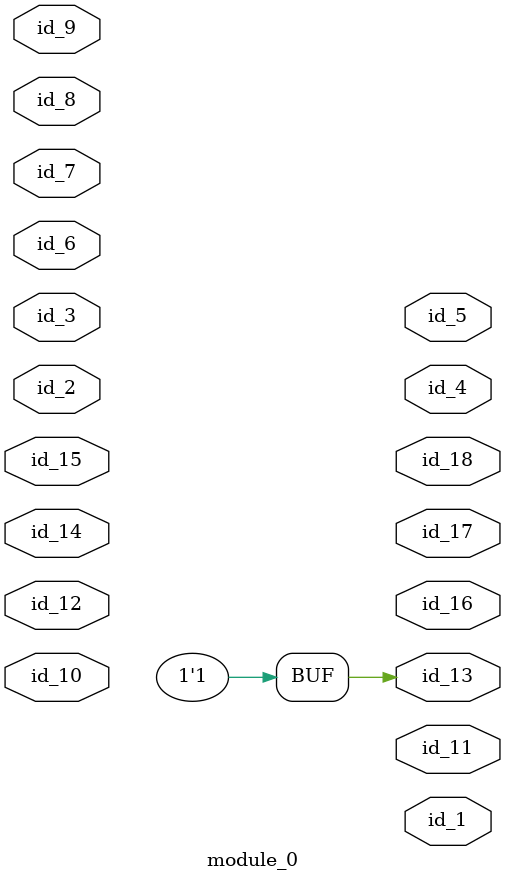
<source format=v>
module module_0 (
    id_1,
    id_2,
    id_3,
    id_4,
    id_5,
    id_6,
    id_7,
    id_8,
    id_9,
    id_10,
    id_11,
    id_12,
    id_13,
    id_14,
    id_15,
    id_16,
    id_17,
    id_18
);
  output id_18;
  output id_17;
  output id_16;
  input id_15;
  inout id_14;
  output id_13;
  inout id_12;
  output id_11;
  inout id_10;
  input id_9;
  input id_8;
  input id_7;
  inout id_6;
  output id_5;
  output id_4;
  inout id_3;
  inout id_2;
  output id_1;
  assign id_13 = 1;
  assign id_13 = 1;
endmodule

</source>
